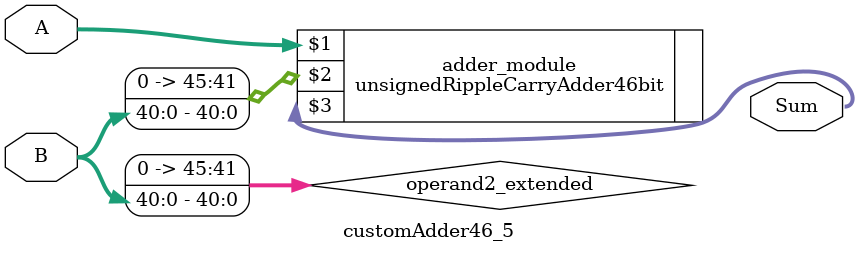
<source format=v>
module customAdder46_5(
                        input [45 : 0] A,
                        input [40 : 0] B,
                        
                        output [46 : 0] Sum
                );

        wire [45 : 0] operand2_extended;
        
        assign operand2_extended =  {5'b0, B};
        
        unsignedRippleCarryAdder46bit adder_module(
            A,
            operand2_extended,
            Sum
        );
        
        endmodule
        
</source>
